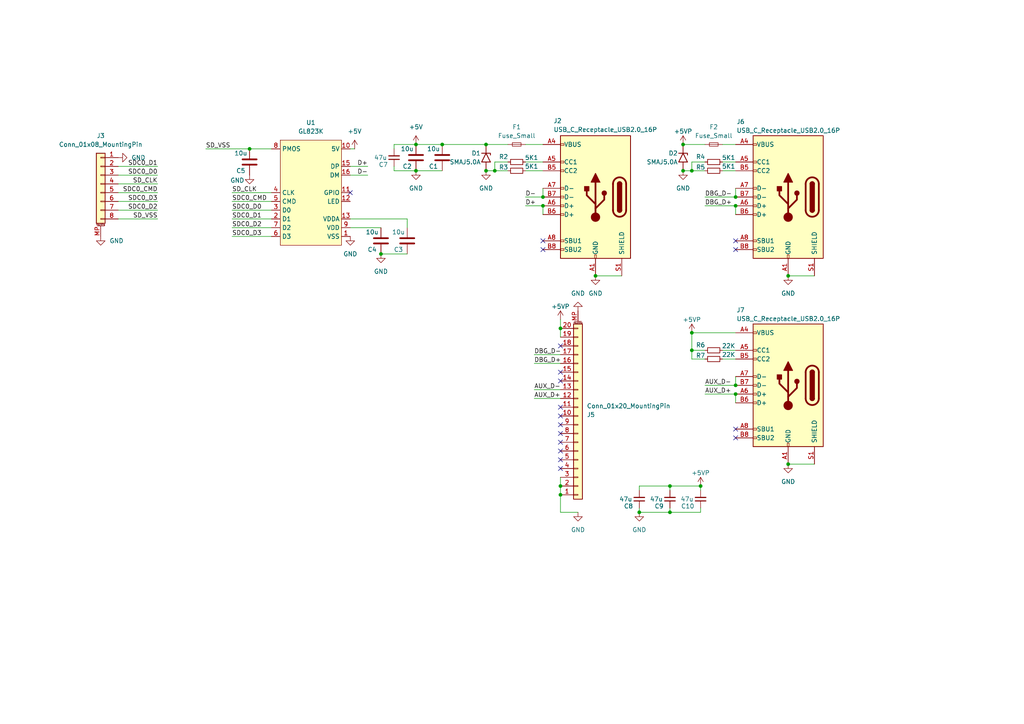
<source format=kicad_sch>
(kicad_sch (version 20250114) (generator "eeschema") (generator_version "9.0")
  (paper "A4")
  (lib_symbols
    (symbol "Connector:USB_C_Receptacle_USB2.0_16P" (pin_names (offset 1.016))
      (property "Reference" "J" (at 0 22.225 0))
      (property "Value" "USB_C_Receptacle_USB2.0_16P" (at 0 19.685 0))
      (symbol "USB_C_Receptacle_USB2.0_16P_0_0"
        (rectangle (start -0.254 -17.78) (end 0.254 -16.764))
        (rectangle (start 10.16 15.494) (end 9.144 14.986))
        (rectangle (start 10.16 10.414) (end 9.144 9.906))
        (rectangle (start 10.16 7.874) (end 9.144 7.366))
        (rectangle (start 10.16 2.794) (end 9.144 2.286))
        (rectangle (start 10.16 0.254) (end 9.144 -0.254))
        (rectangle (start 10.16 -2.286) (end 9.144 -2.794))
        (rectangle (start 10.16 -4.826) (end 9.144 -5.334))
        (rectangle (start 10.16 -12.446) (end 9.144 -12.954))
        (rectangle (start 10.16 -14.986) (end 9.144 -15.494))
      )
      (symbol "USB_C_Receptacle_USB2.0_16P_0_1"
        (rectangle (start -10.16 17.78) (end 10.16 -17.78) (stroke (width 0.254)) (fill (type background)))
        (polyline (pts (xy -8.89 -3.81) (xy -8.89 3.81)) (stroke (width 0.508)))
        (rectangle (start -7.62 -3.81) (end -6.35 3.81) (stroke (width 0.254)) (fill (type outline)))
        (arc (start -7.62 3.81) (mid -6.985 4.4423) (end -6.35 3.81) (stroke (width 0.254)))
        (arc (start -7.62 3.81) (mid -6.985 4.4423) (end -6.35 3.81) (stroke (width 0.254)) (fill (type outline)))
        (arc (start -8.89 3.81) (mid -6.985 5.7067) (end -5.08 3.81) (stroke (width 0.508)))
        (arc (start -5.08 -3.81) (mid -6.985 -5.7067) (end -8.89 -3.81) (stroke (width 0.508)))
        (arc (start -6.35 -3.81) (mid -6.985 -4.4423) (end -7.62 -3.81) (stroke (width 0.254)))
        (arc (start -6.35 -3.81) (mid -6.985 -4.4423) (end -7.62 -3.81) (stroke (width 0.254)) (fill (type outline)))
        (polyline (pts (xy -5.08 3.81) (xy -5.08 -3.81)) (stroke (width 0.508)))
        (circle (center -2.54 1.143) (radius 0.635) (stroke (width 0.254)) (fill (type outline)))
        (polyline (pts (xy -1.27 4.318) (xy 0 6.858) (xy 1.27 4.318) (xy -1.27 4.318)) (stroke (width 0.254)) (fill (type outline)))
        (polyline (pts (xy 0 -2.032) (xy 2.54 0.508) (xy 2.54 1.778)) (stroke (width 0.508)))
        (polyline (pts (xy 0 -3.302) (xy -2.54 -0.762) (xy -2.54 0.508)) (stroke (width 0.508)))
        (polyline (pts (xy 0 -5.842) (xy 0 4.318)) (stroke (width 0.508)))
        (circle (center 0 -5.842) (radius 1.27) (fill (type outline)))
        (rectangle (start 1.905 1.778) (end 3.175 3.048) (stroke (width 0.254)) (fill (type outline)))
      )
      (symbol "USB_C_Receptacle_USB2.0_16P_1_1"
        (pin passive line (at -7.62 -22.86 90) (length 5.08) (name "SHIELD") (number "S1"))
        (pin passive line (at 0 -22.86 90) (length 5.08) (name "GND") (number "A1"))
        (pin passive line (at 0 -22.86 90) (length 5.08) (hide yes) (name "GND") (number "A12"))
        (pin passive line (at 0 -22.86 90) (length 5.08) (hide yes) (name "GND") (number "B1"))
        (pin passive line (at 0 -22.86 90) (length 5.08) (hide yes) (name "GND") (number "B12"))
        (pin passive line (at 15.24 15.24 180) (length 5.08) (name "VBUS") (number "A4"))
        (pin passive line (at 15.24 15.24 180) (length 5.08) (hide yes) (name "VBUS") (number "A9"))
        (pin passive line (at 15.24 15.24 180) (length 5.08) (hide yes) (name "VBUS") (number "B4"))
        (pin passive line (at 15.24 15.24 180) (length 5.08) (hide yes) (name "VBUS") (number "B9"))
        (pin bidirectional line (at 15.24 10.16 180) (length 5.08) (name "CC1") (number "A5"))
        (pin bidirectional line (at 15.24 7.62 180) (length 5.08) (name "CC2") (number "B5"))
        (pin bidirectional line (at 15.24 2.54 180) (length 5.08) (name "D-") (number "A7"))
        (pin bidirectional line (at 15.24 0 180) (length 5.08) (name "D-") (number "B7"))
        (pin bidirectional line (at 15.24 -2.54 180) (length 5.08) (name "D+") (number "A6"))
        (pin bidirectional line (at 15.24 -5.08 180) (length 5.08) (name "D+") (number "B6"))
        (pin bidirectional line (at 15.24 -12.7 180) (length 5.08) (name "SBU1") (number "A8"))
        (pin bidirectional line (at 15.24 -15.24 180) (length 5.08) (name "SBU2") (number "B8"))
      )
    )
    (symbol "Connector_Generic_MountingPin:Conn_01x08_MountingPin" (pin_names (offset 1.016) (hide yes))
      (property "Reference" "J" (at 0 10.16 0))
      (property "Value" "Conn_01x08_MountingPin" (at 1.27 -12.7 0))
      (symbol "Conn_01x08_MountingPin_1_1"
        (rectangle (start -1.27 8.89) (end 1.27 -11.43) (stroke (width 0.254)) (fill (type background)))
        (rectangle (start -1.27 7.747) (end 0 7.493) (stroke (width 0.1524)))
        (rectangle (start -1.27 5.207) (end 0 4.953) (stroke (width 0.1524)))
        (rectangle (start -1.27 2.667) (end 0 2.413) (stroke (width 0.1524)))
        (rectangle (start -1.27 0.127) (end 0 -0.127) (stroke (width 0.1524)))
        (rectangle (start -1.27 -2.413) (end 0 -2.667) (stroke (width 0.1524)))
        (rectangle (start -1.27 -4.953) (end 0 -5.207) (stroke (width 0.1524)))
        (rectangle (start -1.27 -7.493) (end 0 -7.747) (stroke (width 0.1524)))
        (rectangle (start -1.27 -10.033) (end 0 -10.287) (stroke (width 0.1524)))
        (polyline (pts (xy -1.016 -12.192) (xy 1.016 -12.192)) (stroke (width 0.1524)))
        (text "Mounting" (at 0 -11.811 0) (effects (font (size 0.381 0.381))))
        (pin passive line (at -5.08 7.62 0) (length 3.81) (name "Pin_1") (number "1"))
        (pin passive line (at -5.08 5.08 0) (length 3.81) (name "Pin_2") (number "2"))
        (pin passive line (at -5.08 2.54 0) (length 3.81) (name "Pin_3") (number "3"))
        (pin passive line (at -5.08 0 0) (length 3.81) (name "Pin_4") (number "4"))
        (pin passive line (at -5.08 -2.54 0) (length 3.81) (name "Pin_5") (number "5"))
        (pin passive line (at -5.08 -5.08 0) (length 3.81) (name "Pin_6") (number "6"))
        (pin passive line (at -5.08 -7.62 0) (length 3.81) (name "Pin_7") (number "7"))
        (pin passive line (at -5.08 -10.16 0) (length 3.81) (name "Pin_8") (number "8"))
        (pin passive line (at 0 -15.24 90) (length 3.048) (name "MountPin") (number "MP"))
      )
    )
    (symbol "Connector_Generic_MountingPin:Conn_01x20_MountingPin" (pin_names (offset 1.016) (hide yes))
      (property "Reference" "J" (at 0 25.4 0))
      (property "Value" "Conn_01x20_MountingPin" (at 1.27 -27.94 0))
      (symbol "Conn_01x20_MountingPin_1_1"
        (rectangle (start -1.27 24.13) (end 1.27 -26.67) (stroke (width 0.254)) (fill (type background)))
        (rectangle (start -1.27 22.987) (end 0 22.733) (stroke (width 0.1524)))
        (rectangle (start -1.27 20.447) (end 0 20.193) (stroke (width 0.1524)))
        (rectangle (start -1.27 17.907) (end 0 17.653) (stroke (width 0.1524)))
        (rectangle (start -1.27 15.367) (end 0 15.113) (stroke (width 0.1524)))
        (rectangle (start -1.27 12.827) (end 0 12.573) (stroke (width 0.1524)))
        (rectangle (start -1.27 10.287) (end 0 10.033) (stroke (width 0.1524)))
        (rectangle (start -1.27 7.747) (end 0 7.493) (stroke (width 0.1524)))
        (rectangle (start -1.27 5.207) (end 0 4.953) (stroke (width 0.1524)))
        (rectangle (start -1.27 2.667) (end 0 2.413) (stroke (width 0.1524)))
        (rectangle (start -1.27 0.127) (end 0 -0.127) (stroke (width 0.1524)))
        (rectangle (start -1.27 -2.413) (end 0 -2.667) (stroke (width 0.1524)))
        (rectangle (start -1.27 -4.953) (end 0 -5.207) (stroke (width 0.1524)))
        (rectangle (start -1.27 -7.493) (end 0 -7.747) (stroke (width 0.1524)))
        (rectangle (start -1.27 -10.033) (end 0 -10.287) (stroke (width 0.1524)))
        (rectangle (start -1.27 -12.573) (end 0 -12.827) (stroke (width 0.1524)))
        (rectangle (start -1.27 -15.113) (end 0 -15.367) (stroke (width 0.1524)))
        (rectangle (start -1.27 -17.653) (end 0 -17.907) (stroke (width 0.1524)))
        (rectangle (start -1.27 -20.193) (end 0 -20.447) (stroke (width 0.1524)))
        (rectangle (start -1.27 -22.733) (end 0 -22.987) (stroke (width 0.1524)))
        (rectangle (start -1.27 -25.273) (end 0 -25.527) (stroke (width 0.1524)))
        (polyline (pts (xy -1.016 -27.432) (xy 1.016 -27.432)) (stroke (width 0.1524)))
        (text "Mounting" (at 0 -27.051 0) (effects (font (size 0.381 0.381))))
        (pin passive line (at -5.08 22.86 0) (length 3.81) (name "Pin_1") (number "1"))
        (pin passive line (at -5.08 20.32 0) (length 3.81) (name "Pin_2") (number "2"))
        (pin passive line (at -5.08 17.78 0) (length 3.81) (name "Pin_3") (number "3"))
        (pin passive line (at -5.08 15.24 0) (length 3.81) (name "Pin_4") (number "4"))
        (pin passive line (at -5.08 12.7 0) (length 3.81) (name "Pin_5") (number "5"))
        (pin passive line (at -5.08 10.16 0) (length 3.81) (name "Pin_6") (number "6"))
        (pin passive line (at -5.08 7.62 0) (length 3.81) (name "Pin_7") (number "7"))
        (pin passive line (at -5.08 5.08 0) (length 3.81) (name "Pin_8") (number "8"))
        (pin passive line (at -5.08 2.54 0) (length 3.81) (name "Pin_9") (number "9"))
        (pin passive line (at -5.08 0 0) (length 3.81) (name "Pin_10") (number "10"))
        (pin passive line (at -5.08 -2.54 0) (length 3.81) (name "Pin_11") (number "11"))
        (pin passive line (at -5.08 -5.08 0) (length 3.81) (name "Pin_12") (number "12"))
        (pin passive line (at -5.08 -7.62 0) (length 3.81) (name "Pin_13") (number "13"))
        (pin passive line (at -5.08 -10.16 0) (length 3.81) (name "Pin_14") (number "14"))
        (pin passive line (at -5.08 -12.7 0) (length 3.81) (name "Pin_15") (number "15"))
        (pin passive line (at -5.08 -15.24 0) (length 3.81) (name "Pin_16") (number "16"))
        (pin passive line (at -5.08 -17.78 0) (length 3.81) (name "Pin_17") (number "17"))
        (pin passive line (at -5.08 -20.32 0) (length 3.81) (name "Pin_18") (number "18"))
        (pin passive line (at -5.08 -22.86 0) (length 3.81) (name "Pin_19") (number "19"))
        (pin passive line (at -5.08 -25.4 0) (length 3.81) (name "Pin_20") (number "20"))
        (pin passive line (at 0 -30.48 90) (length 3.048) (name "MountPin") (number "MP"))
      )
    )
    (symbol "Device:C" (pin_numbers (hide yes)) (pin_names (offset 0.254))
      (property "Reference" "C" (at 0.635 2.54 0))
      (property "Value" "C" (at 0.635 -2.54 0))
      (symbol "C_0_1"
        (polyline (pts (xy -2.032 0.762) (xy 2.032 0.762)) (stroke (width 0.508)))
        (polyline (pts (xy -2.032 -0.762) (xy 2.032 -0.762)) (stroke (width 0.508)))
      )
      (symbol "C_1_1"
        (pin passive line (at 0 3.81 270) (length 2.794) (name "~") (number "1"))
        (pin passive line (at 0 -3.81 90) (length 2.794) (name "~") (number "2"))
      )
    )
    (symbol "Device:C_Small" (pin_numbers (hide yes)) (pin_names (offset 0.254) (hide yes))
      (property "Reference" "C" (at 0.254 1.778 0))
      (property "Value" "C_Small" (at 0.254 -2.032 0))
      (symbol "C_Small_0_1"
        (polyline (pts (xy -1.524 0.508) (xy 1.524 0.508)) (stroke (width 0.3048)))
        (polyline (pts (xy -1.524 -0.508) (xy 1.524 -0.508)) (stroke (width 0.3302)))
      )
      (symbol "C_Small_1_1"
        (pin passive line (at 0 2.54 270) (length 2.032) (name "~") (number "1"))
        (pin passive line (at 0 -2.54 90) (length 2.032) (name "~") (number "2"))
      )
    )
    (symbol "Device:Fuse_Small" (pin_numbers (hide yes)) (pin_names (offset 0.254) (hide yes))
      (property "Reference" "F" (at 0 -1.524 0))
      (property "Value" "Fuse_Small" (at 0 1.524 0))
      (symbol "Fuse_Small_0_1"
        (rectangle (start -1.27 0.508) (end 1.27 -0.508))
        (polyline (pts (xy -1.27 0) (xy 1.27 0)))
      )
      (symbol "Fuse_Small_1_1"
        (pin passive line (at -2.54 0 0) (length 1.27) (name "~") (number "1"))
        (pin passive line (at 2.54 0 180) (length 1.27) (name "~") (number "2"))
      )
    )
    (symbol "Device:R_Small" (pin_numbers (hide yes)) (pin_names (offset 0.254) (hide yes))
      (property "Reference" "R" (at 0.762 0.508 0))
      (property "Value" "R_Small" (at 0.762 -1.016 0))
      (symbol "R_Small_0_1"
        (rectangle (start -0.762 1.778) (end 0.762 -1.778) (stroke (width 0.2032)))
      )
      (symbol "R_Small_1_1"
        (pin passive line (at 0 2.54 270) (length 0.762) (name "~") (number "1"))
        (pin passive line (at 0 -2.54 90) (length 0.762) (name "~") (number "2"))
      )
    )
    (symbol "Diode:SMAJ5.0A" (pin_numbers (hide yes)) (pin_names (offset 1.016) (hide yes))
      (property "Reference" "D" (at 0 2.54 0))
      (property "Value" "SMAJ5.0A" (at 0 -2.54 0))
      (symbol "SMAJ5.0A_0_1"
        (polyline (pts (xy -0.762 1.27) (xy -1.27 1.27) (xy -1.27 -1.27)) (stroke (width 0.254)))
        (polyline (pts (xy 1.27 1.27) (xy 1.27 -1.27) (xy -1.27 0) (xy 1.27 1.27)) (stroke (width 0.254)))
      )
      (symbol "SMAJ5.0A_1_1"
        (pin passive line (at -3.81 0 0) (length 2.54) (name "A1") (number "1"))
        (pin passive line (at 3.81 0 180) (length 2.54) (name "A2") (number "2"))
      )
    )
    (symbol "custom:GL823K"
      (property "Reference" "U" (at 0 0 0))
      (property "Value" "GL823K" (at 0 0 0))
      (symbol "GL823K_1_1"
        (rectangle (start -8.89 -1.27) (end 8.89 -31.75) (fill (type background)))
        (pin input line (at -11.43 -3.81 0) (length 2.54) (name "PMOS") (number "8"))
        (pin input line (at -11.43 -16.51 0) (length 2.54) (name "CLK") (number "4"))
        (pin input line (at -11.43 -19.05 0) (length 2.54) (name "CMD") (number "5"))
        (pin input line (at -11.43 -21.59 0) (length 2.54) (name "D0") (number "3"))
        (pin input line (at -11.43 -24.13 0) (length 2.54) (name "D1") (number "2"))
        (pin input line (at -11.43 -26.67 0) (length 2.54) (name "D2") (number "7"))
        (pin input line (at -11.43 -29.21 0) (length 2.54) (name "D3") (number "6"))
        (pin input line (at 11.43 -3.81 180) (length 2.54) (name "5V") (number "10"))
        (pin input line (at 11.43 -8.89 180) (length 2.54) (name "DP") (number "15"))
        (pin input line (at 11.43 -11.43 180) (length 2.54) (name "DM") (number "16"))
        (pin input line (at 11.43 -16.51 180) (length 2.54) (name "GPIO") (number "11"))
        (pin input line (at 11.43 -19.05 180) (length 2.54) (name "LED") (number "12"))
        (pin input line (at 11.43 -24.13 180) (length 2.54) (name "VDDA") (number "13"))
        (pin input line (at 11.43 -26.67 180) (length 2.54) (name "VDD") (number "9"))
        (pin input line (at 11.43 -29.21 180) (length 2.54) (name "VSS") (number "1"))
        (pin input line (at 11.43 -29.21 180) (length 2.54) (hide yes) (name "VSS") (number "14"))
      )
    )
    (symbol "power:+5V" (power) (pin_numbers (hide yes)) (pin_names (offset 0) (hide yes))
      (property "Value" "+5V" (at 0 3.556 0))
      (symbol "+5V_0_1"
        (polyline (pts (xy -0.762 1.27) (xy 0 2.54)))
        (polyline (pts (xy 0 2.54) (xy 0.762 1.27)))
        (polyline (pts (xy 0 0) (xy 0 2.54)))
      )
      (symbol "+5V_1_1"
        (pin power_in line (at 0 0 90) (length 0) (name "~") (number "1"))
      )
    )
    (symbol "power:+5VP" (power) (pin_names (offset 0))
      (property "Value" "+5VP" (at 0 3.556 0))
      (symbol "+5VP_0_1"
        (polyline (pts (xy -0.762 1.27) (xy 0 2.54)))
        (polyline (pts (xy 0 2.54) (xy 0.762 1.27)))
        (polyline (pts (xy 0 0) (xy 0 2.54)))
      )
      (symbol "+5VP_1_1"
        (pin power_in line (at 0 0 90) (length 0) (hide yes) (name "+5VP") (number "1"))
      )
    )
    (symbol "power:GND" (power) (pin_names (offset 0))
      (property "Value" "GND" (at 0 -3.81 0))
      (symbol "GND_0_1"
        (polyline (pts (xy 0 0) (xy 0 -1.27) (xy 1.27 -1.27) (xy 0 -2.54) (xy -1.27 -1.27) (xy 0 -1.27)))
      )
      (symbol "GND_1_1"
        (pin power_in line (at 0 0 270) (length 0) (hide yes) (name "GND") (number "1"))
      )
    )
  )
  (junction (at 162.56 140.97))
  (junction (at 228.6 134.62))
  (junction (at 228.6 80.01))
  (junction (at 140.97 49.53))
  (junction (at 185.42 148.59))
  (junction (at 200.66 96.52))
  (junction (at 143.51 49.53))
  (junction (at 72.39 43.18))
  (junction (at 194.31 148.59))
  (junction (at 128.27 41.91))
  (junction (at 213.36 114.3))
  (junction (at 200.66 49.53))
  (junction (at 162.56 143.51))
  (junction (at 194.31 140.97))
  (junction (at 213.36 111.76))
  (junction (at 120.65 49.53))
  (junction (at 162.56 95.25))
  (junction (at 203.2 140.97))
  (junction (at 120.65 41.91))
  (junction (at 172.72 80.01))
  (junction (at 157.48 57.15))
  (junction (at 140.97 41.91))
  (junction (at 213.36 57.15))
  (junction (at 198.12 41.91))
  (junction (at 200.66 101.6))
  (junction (at 110.49 73.66))
  (junction (at 213.36 59.69))
  (junction (at 198.12 49.53))
  (junction (at 157.48 59.69))
  (no_connect (at 162.56 133.35))
  (no_connect (at 162.56 125.73))
  (no_connect (at 162.56 135.89))
  (no_connect (at 213.36 72.39))
  (no_connect (at 213.36 124.46))
  (no_connect (at 101.6 55.88))
  (no_connect (at 162.56 110.49))
  (no_connect (at 157.48 72.39))
  (no_connect (at 162.56 107.95))
  (no_connect (at 162.56 118.11))
  (no_connect (at 213.36 69.85))
  (no_connect (at 162.56 123.19))
  (no_connect (at 162.56 120.65))
  (no_connect (at 162.56 128.27))
  (no_connect (at 162.56 100.33))
  (no_connect (at 157.48 69.85))
  (no_connect (at 213.36 127))
  (no_connect (at 162.56 130.81))
  (wire (pts (xy 200.66 96.52) (xy 213.36 96.52)))
  (wire (pts (xy 143.51 49.53) (xy 140.97 49.53)))
  (wire (pts (xy 34.29 58.42) (xy 45.72 58.42)))
  (wire (pts (xy 194.31 140.97) (xy 203.2 140.97)))
  (wire (pts (xy 162.56 140.97) (xy 162.56 143.51)))
  (wire (pts (xy 154.94 105.41) (xy 162.56 105.41)))
  (wire (pts (xy 209.55 46.99) (xy 213.36 46.99)))
  (wire (pts (xy 213.36 114.3) (xy 213.36 116.84)))
  (wire (pts (xy 213.36 111.76) (xy 213.36 109.22)))
  (wire (pts (xy 209.55 49.53) (xy 213.36 49.53)))
  (wire (pts (xy 143.51 49.53) (xy 147.32 49.53)))
  (wire (pts (xy 204.47 101.6) (xy 200.66 101.6)))
  (wire (pts (xy 200.66 101.6) (xy 200.66 104.14)))
  (wire (pts (xy 204.47 57.15) (xy 213.36 57.15)))
  (wire (pts (xy 162.56 138.43) (xy 162.56 140.97)))
  (wire (pts (xy 157.48 54.61) (xy 157.48 57.15)))
  (wire (pts (xy 228.6 134.62) (xy 236.22 134.62)))
  (wire (pts (xy 200.66 49.53) (xy 204.47 49.53)))
  (wire (pts (xy 213.36 57.15) (xy 213.36 54.61)))
  (wire (pts (xy 114.3 49.53) (xy 114.3 48.26)))
  (wire (pts (xy 101.6 43.18) (xy 102.87 43.18)))
  (wire (pts (xy 67.31 60.96) (xy 78.74 60.96)))
  (wire (pts (xy 101.6 66.04) (xy 110.49 66.04)))
  (wire (pts (xy 162.56 92.71) (xy 162.56 95.25)))
  (wire (pts (xy 147.32 46.99) (xy 143.51 46.99)))
  (wire (pts (xy 34.29 60.96) (xy 45.72 60.96)))
  (wire (pts (xy 34.29 53.34) (xy 45.72 53.34)))
  (wire (pts (xy 185.42 148.59) (xy 185.42 147.32)))
  (wire (pts (xy 152.4 46.99) (xy 157.48 46.99)))
  (wire (pts (xy 59.69 43.18) (xy 72.39 43.18)))
  (wire (pts (xy 200.66 104.14) (xy 204.47 104.14)))
  (wire (pts (xy 200.66 96.52) (xy 200.66 101.6)))
  (wire (pts (xy 213.36 59.69) (xy 213.36 62.23)))
  (wire (pts (xy 72.39 43.18) (xy 78.74 43.18)))
  (wire (pts (xy 120.65 41.91) (xy 114.3 41.91)))
  (wire (pts (xy 228.6 80.01) (xy 236.22 80.01)))
  (wire (pts (xy 185.42 148.59) (xy 194.31 148.59)))
  (wire (pts (xy 154.94 113.03) (xy 162.56 113.03)))
  (wire (pts (xy 154.94 115.57) (xy 162.56 115.57)))
  (wire (pts (xy 101.6 48.26) (xy 106.68 48.26)))
  (wire (pts (xy 34.29 55.88) (xy 45.72 55.88)))
  (wire (pts (xy 203.2 148.59) (xy 203.2 147.32)))
  (wire (pts (xy 120.65 49.53) (xy 128.27 49.53)))
  (wire (pts (xy 209.55 104.14) (xy 213.36 104.14)))
  (wire (pts (xy 157.48 59.69) (xy 157.48 62.23)))
  (wire (pts (xy 118.11 63.5) (xy 101.6 63.5)))
  (wire (pts (xy 204.47 59.69) (xy 213.36 59.69)))
  (wire (pts (xy 110.49 73.66) (xy 118.11 73.66)))
  (wire (pts (xy 172.72 80.01) (xy 180.34 80.01)))
  (wire (pts (xy 198.12 41.91) (xy 204.47 41.91)))
  (wire (pts (xy 67.31 55.88) (xy 78.74 55.88)))
  (wire (pts (xy 185.42 140.97) (xy 194.31 140.97)))
  (wire (pts (xy 67.31 63.5) (xy 78.74 63.5)))
  (wire (pts (xy 67.31 68.58) (xy 78.74 68.58)))
  (wire (pts (xy 67.31 66.04) (xy 78.74 66.04)))
  (wire (pts (xy 154.94 102.87) (xy 162.56 102.87)))
  (wire (pts (xy 114.3 41.91) (xy 114.3 43.18)))
  (wire (pts (xy 34.29 48.26) (xy 45.72 48.26)))
  (wire (pts (xy 209.55 41.91) (xy 213.36 41.91)))
  (wire (pts (xy 185.42 140.97) (xy 185.42 142.24)))
  (wire (pts (xy 194.31 148.59) (xy 203.2 148.59)))
  (wire (pts (xy 140.97 41.91) (xy 147.32 41.91)))
  (wire (pts (xy 152.4 49.53) (xy 157.48 49.53)))
  (wire (pts (xy 204.47 114.3) (xy 213.36 114.3)))
  (wire (pts (xy 200.66 46.99) (xy 200.66 49.53)))
  (wire (pts (xy 120.65 41.91) (xy 128.27 41.91)))
  (wire (pts (xy 120.65 49.53) (xy 114.3 49.53)))
  (wire (pts (xy 200.66 49.53) (xy 198.12 49.53)))
  (wire (pts (xy 34.29 63.5) (xy 45.72 63.5)))
  (wire (pts (xy 128.27 41.91) (xy 140.97 41.91)))
  (wire (pts (xy 194.31 140.97) (xy 194.31 142.24)))
  (wire (pts (xy 143.51 46.99) (xy 143.51 49.53)))
  (wire (pts (xy 209.55 101.6) (xy 213.36 101.6)))
  (wire (pts (xy 162.56 143.51) (xy 162.56 148.59)))
  (wire (pts (xy 67.31 58.42) (xy 78.74 58.42)))
  (wire (pts (xy 203.2 140.97) (xy 203.2 142.24)))
  (wire (pts (xy 34.29 50.8) (xy 45.72 50.8)))
  (wire (pts (xy 204.47 46.99) (xy 200.66 46.99)))
  (wire (pts (xy 204.47 111.76) (xy 213.36 111.76)))
  (wire (pts (xy 152.4 41.91) (xy 157.48 41.91)))
  (wire (pts (xy 162.56 95.25) (xy 162.56 97.79)))
  (wire (pts (xy 167.64 148.59) (xy 162.56 148.59)))
  (wire (pts (xy 152.4 59.69) (xy 157.48 59.69)))
  (wire (pts (xy 101.6 50.8) (xy 106.68 50.8)))
  (wire (pts (xy 194.31 148.59) (xy 194.31 147.32)))
  (wire (pts (xy 118.11 66.04) (xy 118.11 63.5)))
  (wire (pts (xy 152.4 57.15) (xy 157.48 57.15)))
  (label "D-" (at 152.4 57.15 0))
  (label "SDC0_CMD" (at 45.72 55.88 180))
  (label "DBG_D+" (at 204.47 59.69 0))
  (label "D-" (at 106.68 50.8 180))
  (label "DBG_D-" (at 154.94 102.87 0))
  (label "AUX_D-" (at 154.94 113.03 0))
  (label "SD_VSS" (at 45.72 63.5 180))
  (label "SD_VSS" (at 59.69 43.18 0))
  (label "D+" (at 106.68 48.26 180))
  (label "AUX_D-" (at 204.47 111.76 0))
  (label "SDC0_D3" (at 45.72 58.42 180))
  (label "D+" (at 152.4 59.69 0))
  (label "SD_CLK" (at 67.31 55.88 0))
  (label "SD_CLK" (at 45.72 53.34 180))
  (label "SDC0_D3" (at 67.31 68.58 0))
  (label "SDC0_D0" (at 67.31 60.96 0))
  (label "SDC0_D1" (at 67.31 63.5 0))
  (label "AUX_D+" (at 154.94 115.57 0))
  (label "SDC0_D2" (at 67.31 66.04 0))
  (label "SDC0_D0" (at 45.72 50.8 180))
  (label "AUX_D+" (at 204.47 114.3 0))
  (label "DBG_D-" (at 204.47 57.15 0))
  (label "SDC0_CMD" (at 67.31 58.42 0))
  (label "SDC0_D1" (at 45.72 48.26 180))
  (label "SDC0_D2" (at 45.72 60.96 180))
  (label "DBG_D+" (at 154.94 105.41 0))
  (symbol (lib_id "power:GND") (at 185.42 148.59 0) (unit 1)
    (property "Reference" "#PWR094" (effects (hide yes)))
    (property "Value" "GND" (at 185.42 153.67 0))
    (property "Description" "Power symbol creates a global label with name \"GND\" , ground" (effects (hide yes)))
  )
  (symbol (lib_id "Device:C") (at 110.49 69.85 180) (unit 1)
    (property "Reference" "C4" (at 107.95 72.39 0))
    (property "Value" "10u" (at 107.95 67.31 0))
    (property "Footprint" "Capacitor_SMD:C_0402_1005Metric_Pad0.74x0.62mm_HandSolder" (effects (hide yes)))
    (property "Manufacturer" "Murata Electronics" (effects (hide yes)))
    (property "Part Number" "GRM155R61A106ME44D" (effects (hide yes)))
  )
  (symbol (lib_id "power:GND") (at 72.39 50.8 0) (unit 1)
    (property "Reference" "#PWR09" (effects (hide yes)))
    (property "Value" "GND" (at 68.834 52.324 0))
  )
  (symbol (lib_id "Device:R_Small") (at 149.86 49.53 90) (unit 1)
    (property "Reference" "R3" (at 146.05 48.514 90))
    (property "Value" "5K1" (at 154.178 48.26 90))
    (property "Footprint" "Resistor_SMD:R_0402_1005Metric" (effects (hide yes)))
    (property "Description" "Resistor, small symbol" (effects (hide yes)))
    (property "Manufacturer" "YAGEO" (effects (hide yes)))
    (property "Part Number" "RC0402FR-075K1L" (effects (hide yes)))
  )
  (symbol (lib_id "Device:R_Small") (at 207.01 101.6 90) (unit 1)
    (property "Reference" "R6" (at 203.2 100.076 90))
    (property "Value" "22K" (at 211.328 100.33 90))
    (property "Footprint" "Resistor_SMD:R_0402_1005Metric" (effects (hide yes)))
    (property "Description" "Resistor, small symbol" (effects (hide yes)))
    (property "Manufacturer" "YAGEO" (effects (hide yes)))
    (property "Part Number" "RC0402FR-0722KL" (effects (hide yes)))
  )
  (symbol (lib_id "Diode:SMAJ5.0A") (at 140.97 45.72 270) (unit 1)
    (property "Reference" "D1" (at 139.446 44.45 90) (effects (justify right)))
    (property "Value" "SMAJ5.0A" (at 139.446 46.99 90) (effects (justify right)))
    (property "Footprint" "Diode_SMD:D_SMA" (effects (hide yes)))
    (property "Datasheet" "https://www.littelfuse.com/media?resourcetype=datasheets&itemid=75e32973-b177-4ee3-a0ff-cedaf1abdb93&filename=smaj-datasheet" (effects (hide yes)))
    (property "Description" "400W unidirectional Transient Voltage Suppressor, 5.0Vr, SMA(DO-214AC)" (effects (hide yes)))
    (property "Manufacturer" "FUXINSEMI" (effects (hide yes)))
    (property "Part Number" "SMAJ5.0A" (effects (hide yes)))
  )
  (symbol (lib_id "Connector_Generic_MountingPin:Conn_01x08_MountingPin") (at 29.21 53.34 0) (mirror y) (unit 1)
    (property "Reference" "J3" (at 29.21 39.37 0))
    (property "Value" "Conn_01x08_MountingPin" (at 29.21 41.91 0))
    (property "Footprint" "Connector_FFC-FPC:TE_84952-8_1x08-1MP_P1.0mm_Horizontal" (effects (hide yes)))
    (property "Description" "Generic connectable mounting pin connector, single row, 01x08, script generated (kicad-library-utils/schlib/autogen/connector/)" (effects (hide yes)))
    (property "Manufacturer" "HCTL" (effects (hide yes)))
    (property "Part Number" "XW10202-08R-00 " (effects (hide yes)))
  )
  (symbol (lib_id "Device:R_Small") (at 207.01 46.99 90) (unit 1)
    (property "Reference" "R4" (at 203.2 45.466 90))
    (property "Value" "5K1" (at 211.328 45.72 90))
    (property "Footprint" "Resistor_SMD:R_0402_1005Metric" (effects (hide yes)))
    (property "Description" "Resistor, small symbol" (effects (hide yes)))
    (property "Manufacturer" "YAGEO" (effects (hide yes)))
    (property "Part Number" "RC0402FR-075K1L" (effects (hide yes)))
  )
  (symbol (lib_id "power:GND") (at 172.72 80.01 0) (unit 1)
    (property "Reference" "#PWR03" (effects (hide yes)))
    (property "Value" "GND" (at 172.72 85.09 0))
  )
  (symbol (lib_id "power:GND") (at 198.12 49.53 0) (unit 1)
    (property "Reference" "#PWR013" (effects (hide yes)))
    (property "Value" "GND" (at 198.12 54.61 0))
  )
  (symbol (lib_id "Device:C_Small") (at 185.42 144.78 180) (unit 1)
    (property "Reference" "C8" (at 183.642 146.812 0) (effects (justify left)))
    (property "Value" "47u" (at 183.388 144.78 0) (effects (justify left)))
    (property "Footprint" "Capacitor_SMD:C_1210_3225Metric_Pad1.33x2.70mm_HandSolder" (effects (hide yes)))
    (property "Description" "Unpolarized capacitor, small symbol" (effects (hide yes)))
    (property "Part Number" "CS3225X7R476K160NRL" (effects (hide yes)))
    (property "Manufacturer" " Samwha Capacitor" (effects (hide yes)))
  )
  (symbol (lib_id "power:GND") (at 167.64 148.59 0) (unit 1)
    (property "Reference" "#PWR089" (effects (hide yes)))
    (property "Value" "GND" (at 167.64 153.67 0))
    (property "Description" "Power symbol creates a global label with name \"GND\" , ground" (effects (hide yes)))
  )
  (symbol (lib_id "Device:Fuse_Small") (at 207.01 41.91 180) (unit 1)
    (property "Reference" "F2" (at 207.01 36.83 0))
    (property "Value" "Fuse_Small" (at 207.01 39.37 0))
    (property "Footprint" "Fuse:Fuse_1812_4532Metric_Pad1.30x3.40mm_HandSolder" (effects (hide yes)))
    (property "Description" "Fuse, small symbol" (effects (hide yes)))
    (property "Manufacturer" "BNstar" (effects (hide yes)))
    (property "Part Number" "SMD1812-200C-30V" (effects (hide yes)))
  )
  (symbol (lib_id "power:GND") (at 167.64 90.17 180) (unit 1)
    (property "Reference" "#PWR093" (effects (hide yes)))
    (property "Value" "GND" (at 167.64 85.09 0))
    (property "Description" "Power symbol creates a global label with name \"GND\" , ground" (effects (hide yes)))
  )
  (symbol (lib_id "power:+5V") (at 102.87 43.18 0) (unit 1)
    (property "Reference" "#PWR08" (effects (hide yes)))
    (property "Value" "+5V" (at 102.87 38.1 0))
    (property "Description" "Power symbol creates a global label with name \"+5V\"" (effects (hide yes)))
  )
  (symbol (lib_id "power:+5V") (at 120.65 41.91 0) (unit 1)
    (property "Reference" "#PWR07" (effects (hide yes)))
    (property "Value" "+5V" (at 120.65 36.83 0))
    (property "Description" "Power symbol creates a global label with name \"+5V\"" (effects (hide yes)))
  )
  (symbol (lib_id "power:GND") (at 101.6 68.58 0) (unit 1)
    (property "Reference" "#PWR04" (effects (hide yes)))
    (property "Value" "GND" (at 101.6 73.66 0))
  )
  (symbol (lib_id "Device:C") (at 128.27 45.72 180) (unit 1)
    (property "Reference" "C1" (at 125.73 48.26 0))
    (property "Value" "10u" (at 125.73 43.18 0))
    (property "Footprint" "Capacitor_SMD:C_0402_1005Metric_Pad0.74x0.62mm_HandSolder" (effects (hide yes)))
    (property "Manufacturer" "Murata Electronics" (effects (hide yes)))
    (property "Part Number" "GRM155R61A106ME44D" (effects (hide yes)))
  )
  (symbol (lib_id "Device:C_Small") (at 194.31 144.78 180) (unit 1)
    (property "Reference" "C9" (at 192.532 146.812 0) (effects (justify left)))
    (property "Value" "47u" (at 192.278 144.78 0) (effects (justify left)))
    (property "Footprint" "Capacitor_SMD:C_1210_3225Metric_Pad1.33x2.70mm_HandSolder" (effects (hide yes)))
    (property "Description" "Unpolarized capacitor, small symbol" (effects (hide yes)))
    (property "Part Number" "CS3225X7R476K160NRL" (effects (hide yes)))
    (property "Manufacturer" " Samwha Capacitor" (effects (hide yes)))
  )
  (symbol (lib_id "power:+5VP") (at 200.66 96.52 0) (unit 1)
    (property "Reference" "#PWR092" (effects (hide yes)))
    (property "Value" "+5VP" (at 200.66 92.71 0))
  )
  (symbol (lib_id "Device:C") (at 72.39 46.99 180) (unit 1)
    (property "Reference" "C5" (at 69.85 49.53 0))
    (property "Value" "10u" (at 69.85 44.45 0))
    (property "Footprint" "Capacitor_SMD:C_0402_1005Metric_Pad0.74x0.62mm_HandSolder" (effects (hide yes)))
    (property "Manufacturer" "Murata Electronics" (effects (hide yes)))
    (property "Part Number" "GRM155R61A106ME44D" (effects (hide yes)))
  )
  (symbol (lib_id "power:GND") (at 228.6 134.62 0) (unit 1)
    (property "Reference" "#PWR016" (effects (hide yes)))
    (property "Value" "GND" (at 228.6 139.7 0))
  )
  (symbol (lib_id "power:GND") (at 120.65 49.53 0) (unit 1)
    (property "Reference" "#PWR06" (effects (hide yes)))
    (property "Value" "GND" (at 120.65 54.61 0))
  )
  (symbol (lib_id "Device:C_Small") (at 114.3 45.72 180) (unit 1)
    (property "Reference" "C7" (at 112.522 47.752 0) (effects (justify left)))
    (property "Value" "47u" (at 112.268 45.72 0) (effects (justify left)))
    (property "Footprint" "Capacitor_SMD:C_1210_3225Metric_Pad1.33x2.70mm_HandSolder" (effects (hide yes)))
    (property "Description" "Unpolarized capacitor, small symbol" (effects (hide yes)))
    (property "Part Number" "CS3225X7R476K160NRL" (effects (hide yes)))
    (property "Manufacturer" " Samwha Capacitor" (effects (hide yes)))
  )
  (symbol (lib_id "Device:C") (at 120.65 45.72 180) (unit 1)
    (property "Reference" "C2" (at 118.11 48.26 0))
    (property "Value" "10u" (at 118.11 43.18 0))
    (property "Footprint" "Capacitor_SMD:C_0402_1005Metric_Pad0.74x0.62mm_HandSolder" (effects (hide yes)))
    (property "Manufacturer" "Murata Electronics" (effects (hide yes)))
    (property "Part Number" "GRM155R61A106ME44D" (effects (hide yes)))
  )
  (symbol (lib_id "Diode:SMAJ5.0A") (at 198.12 45.72 270) (unit 1)
    (property "Reference" "D2" (at 196.596 44.45 90) (effects (justify right)))
    (property "Value" "SMAJ5.0A" (at 196.596 46.99 90) (effects (justify right)))
    (property "Footprint" "Diode_SMD:D_SMA" (effects (hide yes)))
    (property "Datasheet" "https://www.littelfuse.com/media?resourcetype=datasheets&itemid=75e32973-b177-4ee3-a0ff-cedaf1abdb93&filename=smaj-datasheet" (effects (hide yes)))
    (property "Description" "400W unidirectional Transient Voltage Suppressor, 5.0Vr, SMA(DO-214AC)" (effects (hide yes)))
    (property "Manufacturer" "FUXINSEMI" (effects (hide yes)))
    (property "Part Number" "SMAJ5.0A" (effects (hide yes)))
  )
  (symbol (lib_id "power:GND") (at 140.97 49.53 0) (unit 1)
    (property "Reference" "#PWR02" (effects (hide yes)))
    (property "Value" "GND" (at 140.97 54.61 0))
  )
  (symbol (lib_id "Device:Fuse_Small") (at 149.86 41.91 180) (unit 1)
    (property "Reference" "F1" (at 149.86 36.83 0))
    (property "Value" "Fuse_Small" (at 149.86 39.37 0))
    (property "Footprint" "Fuse:Fuse_1812_4532Metric_Pad1.30x3.40mm_HandSolder" (effects (hide yes)))
    (property "Description" "Fuse, small symbol" (effects (hide yes)))
    (property "Manufacturer" "BNstar" (effects (hide yes)))
    (property "Part Number" "SMD1812-200C-30V" (effects (hide yes)))
  )
  (symbol (lib_id "power:+5VP") (at 198.12 41.91 0) (unit 1)
    (property "Reference" "#PWR091" (effects (hide yes)))
    (property "Value" "+5VP" (at 198.12 38.1 0))
  )
  (symbol (lib_id "Connector:USB_C_Receptacle_USB2.0_16P") (at 172.72 57.15 0) (mirror y) (unit 1)
    (property "Reference" "J2" (at 160.528 35.0519 0) (effects (justify right)))
    (property "Value" "USB_C_Receptacle_USB2.0_16P" (at 160.528 37.5919 0) (effects (justify right)))
    (property "Footprint" "Connector_USB:USB_C_Receptacle_GCT_USB4105-xx-A_16P_TopMnt_Horizontal" (effects (hide yes)))
    (property "Datasheet" "https://www.usb.org/sites/default/files/documents/usb_type-c.zip" (effects (hide yes)))
    (property "Description" "USB 2.0-only 16P Type-C Receptacle connector" (effects (hide yes)))
    (property "Manufacturer" "Korean Hroparts Elec" (effects (hide yes)))
    (property "Part Number" "TYPE-C-31-M-12" (effects (hide yes)))
  )
  (symbol (lib_id "Device:C") (at 118.11 69.85 180) (unit 1)
    (property "Reference" "C3" (at 115.57 72.39 0))
    (property "Value" "10u" (at 115.57 67.31 0))
    (property "Footprint" "Capacitor_SMD:C_0402_1005Metric_Pad0.74x0.62mm_HandSolder" (effects (hide yes)))
    (property "Manufacturer" "Murata Electronics" (effects (hide yes)))
    (property "Part Number" "GRM155R61A106ME44D" (effects (hide yes)))
  )
  (symbol (lib_id "power:GND") (at 29.21 68.58 0) (unit 1)
    (property "Reference" "#PWR01" (effects (hide yes)))
    (property "Value" "GND" (at 31.75 69.8499 0) (effects (justify left)))
  )
  (symbol (lib_id "Device:R_Small") (at 149.86 46.99 90) (unit 1)
    (property "Reference" "R2" (at 146.05 45.466 90))
    (property "Value" "5K1" (at 154.178 45.72 90))
    (property "Footprint" "Resistor_SMD:R_0402_1005Metric" (effects (hide yes)))
    (property "Description" "Resistor, small symbol" (effects (hide yes)))
    (property "Manufacturer" "YAGEO" (effects (hide yes)))
    (property "Part Number" "RC0402FR-075K1L" (effects (hide yes)))
  )
  (symbol (lib_id "Connector:USB_C_Receptacle_USB2.0_16P") (at 228.6 57.15 0) (mirror y) (unit 1)
    (property "Reference" "J6" (at 213.614 35.3059 0) (effects (justify right)))
    (property "Value" "USB_C_Receptacle_USB2.0_16P" (at 213.614 37.8459 0) (effects (justify right)))
    (property "Footprint" "Connector_USB:USB_C_Receptacle_GCT_USB4105-xx-A_16P_TopMnt_Horizontal" (effects (hide yes)))
    (property "Datasheet" "https://www.usb.org/sites/default/files/documents/usb_type-c.zip" (effects (hide yes)))
    (property "Description" "USB 2.0-only 16P Type-C Receptacle connector" (effects (hide yes)))
    (property "Manufacturer" "Korean Hroparts Elec" (effects (hide yes)))
    (property "Part Number" "TYPE-C-31-M-12" (effects (hide yes)))
  )
  (symbol (lib_id "power:+5VP") (at 203.2 140.97 0) (unit 1)
    (property "Reference" "#PWR095" (effects (hide yes)))
    (property "Value" "+5VP" (at 203.2 137.16 0))
  )
  (symbol (lib_id "Connector:USB_C_Receptacle_USB2.0_16P") (at 228.6 111.76 0) (mirror y) (unit 1)
    (property "Reference" "J7" (at 213.614 89.9159 0) (effects (justify right)))
    (property "Value" "USB_C_Receptacle_USB2.0_16P" (at 213.614 92.4559 0) (effects (justify right)))
    (property "Footprint" "Connector_USB:USB_C_Receptacle_GCT_USB4105-xx-A_16P_TopMnt_Horizontal" (effects (hide yes)))
    (property "Datasheet" "https://www.usb.org/sites/default/files/documents/usb_type-c.zip" (effects (hide yes)))
    (property "Description" "USB 2.0-only 16P Type-C Receptacle connector" (effects (hide yes)))
    (property "Manufacturer" "Korean Hroparts Elec" (effects (hide yes)))
    (property "Part Number" "TYPE-C-31-M-12" (effects (hide yes)))
  )
  (symbol (lib_id "custom:GL823K") (at 90.17 39.37 0) (unit 1)
    (property "Reference" "U1" (at 90.17 35.56 0))
    (property "Value" "GL823K" (at 90.17 38.1 0))
    (property "Footprint" "Package_SO:SSOP-16_3.9x4.9mm_P0.635mm" (effects (hide yes)))
    (property "Manufacturer" "GL823K-HCY04" (effects (hide yes)))
    (property "Part Number" "Genesys Logic" (effects (hide yes)))
  )
  (symbol (lib_id "Device:R_Small") (at 207.01 104.14 90) (unit 1)
    (property "Reference" "R7" (at 203.2 103.124 90))
    (property "Value" "22K" (at 211.328 102.87 90))
    (property "Footprint" "Resistor_SMD:R_0402_1005Metric" (effects (hide yes)))
    (property "Description" "Resistor, small symbol" (effects (hide yes)))
    (property "Manufacturer" "YAGEO" (effects (hide yes)))
    (property "Part Number" "RC0402FR-0722KL" (effects (hide yes)))
  )
  (symbol (lib_id "power:GND") (at 34.29 45.72 90) (unit 1)
    (property "Reference" "#PWR010" (effects (hide yes)))
    (property "Value" "GND" (at 38.1 45.7199 90) (effects (justify right)))
  )
  (symbol (lib_id "Connector_Generic_MountingPin:Conn_01x20_MountingPin") (at 167.64 120.65 0) (mirror x) (unit 1)
    (property "Reference" "J5" (at 170.18 120.2945 0) (effects (justify left)))
    (property "Value" "Conn_01x20_MountingPin" (at 170.18 117.7545 0) (effects (justify left)))
    (property "Footprint" "Connector_FFC-FPC:TE_2-84952-0_1x20-1MP_P1.0mm_Horizontal" (effects (hide yes)))
    (property "Description" "Generic connectable mounting pin connector, single row, 01x20, script generated (kicad-library-utils/schlib/autogen/connector/)" (effects (hide yes)))
    (property "Manufacturer" "HCTL" (effects (hide yes)))
    (property "Part Number" "XW10202-20R-00" (effects (hide yes)))
  )
  (symbol (lib_id "Device:R_Small") (at 207.01 49.53 90) (unit 1)
    (property "Reference" "R5" (at 203.2 48.514 90))
    (property "Value" "5K1" (at 211.328 48.26 90))
    (property "Footprint" "Resistor_SMD:R_0402_1005Metric" (effects (hide yes)))
    (property "Description" "Resistor, small symbol" (effects (hide yes)))
    (property "Manufacturer" "YAGEO" (effects (hide yes)))
    (property "Part Number" "RC0402FR-075K1L" (effects (hide yes)))
  )
  (symbol (lib_id "power:GND") (at 228.6 80.01 0) (unit 1)
    (property "Reference" "#PWR014" (effects (hide yes)))
    (property "Value" "GND" (at 228.6 85.09 0))
  )
  (symbol (lib_id "power:GND") (at 110.49 73.66 0) (unit 1)
    (property "Reference" "#PWR05" (effects (hide yes)))
    (property "Value" "GND" (at 110.49 78.74 0))
  )
  (symbol (lib_id "Device:C_Small") (at 203.2 144.78 180) (unit 1)
    (property "Reference" "C10" (at 201.422 146.812 0) (effects (justify left)))
    (property "Value" "47u" (at 201.168 144.78 0) (effects (justify left)))
    (property "Footprint" "Capacitor_SMD:C_1210_3225Metric_Pad1.33x2.70mm_HandSolder" (effects (hide yes)))
    (property "Description" "Unpolarized capacitor, small symbol" (effects (hide yes)))
    (property "Part Number" "CS3225X7R476K160NRL" (effects (hide yes)))
    (property "Manufacturer" " Samwha Capacitor" (effects (hide yes)))
  )
  (symbol (lib_id "power:+5VP") (at 162.56 92.71 0) (unit 1)
    (property "Reference" "#PWR090" (effects (hide yes)))
    (property "Value" "+5VP" (at 162.56 88.9 0))
  )
)
</source>
